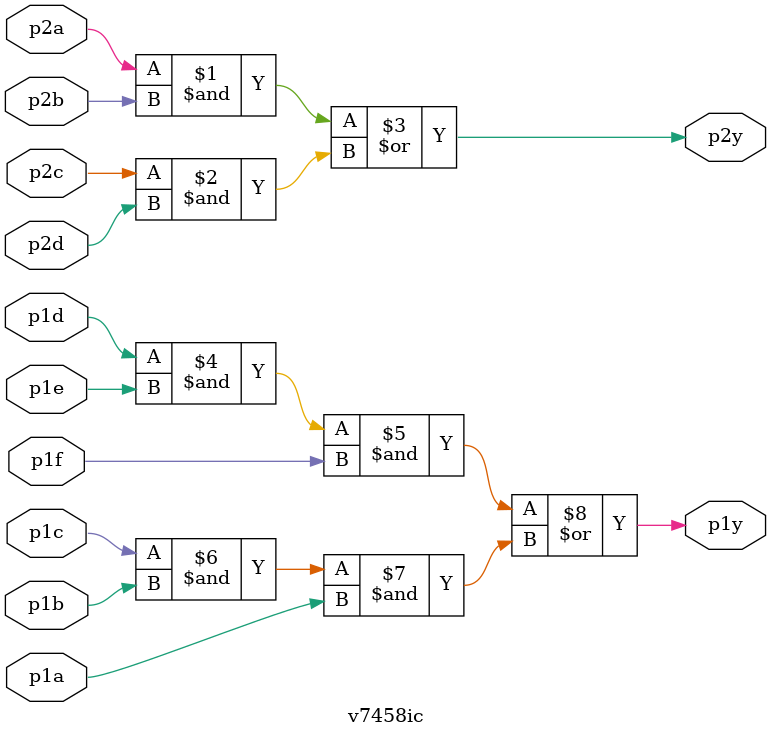
<source format=v>
module v7458ic ( 
    
    input p1a, p1b, p1c, p1d, p1e, p1f,
    output p1y,
    input p2a, p2b, p2c, p2d,
    output p2y );

assign p2y = (p2a & p2b) | (p2c & p2d);
assign p1y = (p1d & p1e & p1f) | (p1c & p1b & p1a);

endmodule
</source>
